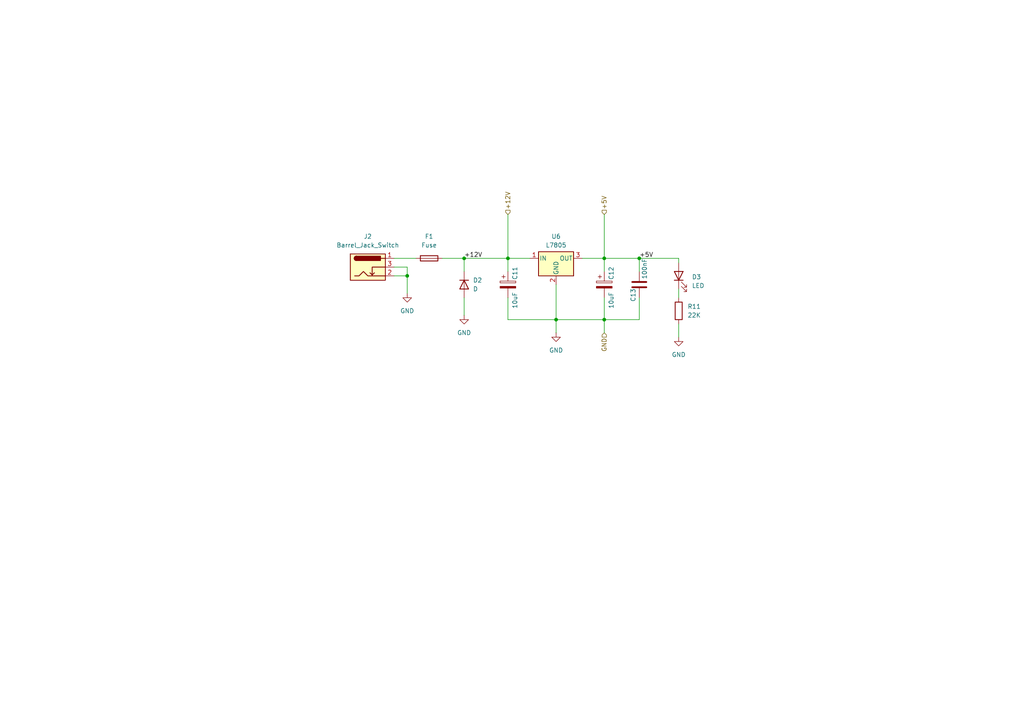
<source format=kicad_sch>
(kicad_sch (version 20231120) (generator "eeschema") (generator_version "8.0")
  (paper "A4")
  (lib_symbols
    (symbol "Connector:Barrel_Jack_Switch" (pin_names hide)
      (property "Reference" "J" (at 0 5.334 0))
      (property "Value" "Barrel_Jack_Switch" (at 0 -5.08 0))
      (symbol "Barrel_Jack_Switch_0_1"
        (rectangle (start -5.08 3.81) (end 5.08 -3.81) (stroke (width 0.254)) (fill (type background)))
        (arc (start -3.302 3.175) (mid -3.9343 2.54) (end -3.302 1.905) (stroke (width 0.254)))
        (arc (start -3.302 3.175) (mid -3.9343 2.54) (end -3.302 1.905) (stroke (width 0.254)) (fill (type outline)))
        (polyline (pts (xy 1.27 -2.286) (xy 1.905 -1.651)) (stroke (width 0.254)))
        (polyline (pts (xy 5.08 2.54) (xy 3.81 2.54)) (stroke (width 0.254)))
        (polyline (pts (xy 5.08 0) (xy 1.27 0) (xy 1.27 -2.286) (xy 0.635 -1.651)) (stroke (width 0.254)))
        (polyline (pts (xy -3.81 -2.54) (xy -2.54 -2.54) (xy -1.27 -1.27) (xy 0 -2.54) (xy 2.54 -2.54) (xy 5.08 -2.54)) (stroke (width 0.254)))
        (rectangle (start 3.683 3.175) (end -3.302 1.905) (stroke (width 0.254)) (fill (type outline)))
      )
      (symbol "Barrel_Jack_Switch_1_1"
        (pin passive line (at 7.62 2.54 180) (length 2.54) (name "~") (number "1"))
        (pin passive line (at 7.62 -2.54 180) (length 2.54) (name "~") (number "2"))
        (pin passive line (at 7.62 0 180) (length 2.54) (name "~") (number "3"))
      )
    )
    (symbol "Device:C" (pin_numbers hide) (pin_names (offset 0.254))
      (property "Reference" "C" (at 0.635 2.54 0))
      (property "Value" "C" (at 0.635 -2.54 0))
      (symbol "C_0_1"
        (polyline (pts (xy -2.032 -0.762) (xy 2.032 -0.762)) (stroke (width 0.508)))
        (polyline (pts (xy -2.032 0.762) (xy 2.032 0.762)) (stroke (width 0.508)))
      )
      (symbol "C_1_1"
        (pin passive line (at 0 3.81 270) (length 2.794) (name "~") (number "1"))
        (pin passive line (at 0 -3.81 90) (length 2.794) (name "~") (number "2"))
      )
    )
    (symbol "Device:C_Polarized" (pin_numbers hide) (pin_names (offset 0.254))
      (property "Reference" "C" (at 0.635 2.54 0))
      (property "Value" "C_Polarized" (at 0.635 -2.54 0))
      (symbol "C_Polarized_0_1"
        (rectangle (start -2.286 0.508) (end 2.286 1.016))
        (polyline (pts (xy -1.778 2.286) (xy -0.762 2.286)))
        (polyline (pts (xy -1.27 2.794) (xy -1.27 1.778)))
        (rectangle (start 2.286 -0.508) (end -2.286 -1.016) (fill (type outline)))
      )
      (symbol "C_Polarized_1_1"
        (pin passive line (at 0 3.81 270) (length 2.794) (name "~") (number "1"))
        (pin passive line (at 0 -3.81 90) (length 2.794) (name "~") (number "2"))
      )
    )
    (symbol "Device:D" (pin_numbers hide) (pin_names (offset 1.016) hide)
      (property "Reference" "D" (at 0 2.54 0))
      (property "Value" "D" (at 0 -2.54 0))
      (symbol "D_0_1"
        (polyline (pts (xy -1.27 1.27) (xy -1.27 -1.27)) (stroke (width 0.254)))
        (polyline (pts (xy 1.27 0) (xy -1.27 0)))
        (polyline (pts (xy 1.27 1.27) (xy 1.27 -1.27) (xy -1.27 0) (xy 1.27 1.27)) (stroke (width 0.254)))
      )
      (symbol "D_1_1"
        (pin passive line (at -3.81 0 0) (length 2.54) (name "K") (number "1"))
        (pin passive line (at 3.81 0 180) (length 2.54) (name "A") (number "2"))
      )
    )
    (symbol "Device:Fuse" (pin_numbers hide) (pin_names (offset 0))
      (property "Reference" "F" (at 2.032 0 90))
      (property "Value" "Fuse" (at -1.905 0 90))
      (symbol "Fuse_0_1"
        (rectangle (start -0.762 -2.54) (end 0.762 2.54) (stroke (width 0.254)))
        (polyline (pts (xy 0 2.54) (xy 0 -2.54)))
      )
      (symbol "Fuse_1_1"
        (pin passive line (at 0 3.81 270) (length 1.27) (name "~") (number "1"))
        (pin passive line (at 0 -3.81 90) (length 1.27) (name "~") (number "2"))
      )
    )
    (symbol "Device:LED" (pin_numbers hide) (pin_names (offset 1.016) hide)
      (property "Reference" "D" (at 0 2.54 0))
      (property "Value" "LED" (at 0 -2.54 0))
      (symbol "LED_0_1"
        (polyline (pts (xy -1.27 -1.27) (xy -1.27 1.27)) (stroke (width 0.254)))
        (polyline (pts (xy -1.27 0) (xy 1.27 0)))
        (polyline (pts (xy 1.27 -1.27) (xy 1.27 1.27) (xy -1.27 0) (xy 1.27 -1.27)) (stroke (width 0.254)))
        (polyline (pts (xy -3.048 -0.762) (xy -4.572 -2.286) (xy -3.81 -2.286) (xy -4.572 -2.286) (xy -4.572 -1.524)))
        (polyline (pts (xy -1.778 -0.762) (xy -3.302 -2.286) (xy -2.54 -2.286) (xy -3.302 -2.286) (xy -3.302 -1.524)))
      )
      (symbol "LED_1_1"
        (pin passive line (at -3.81 0 0) (length 2.54) (name "K") (number "1"))
        (pin passive line (at 3.81 0 180) (length 2.54) (name "A") (number "2"))
      )
    )
    (symbol "Device:R" (pin_numbers hide) (pin_names (offset 0))
      (property "Reference" "R" (at 2.032 0 90))
      (property "Value" "R" (at 0 0 90))
      (symbol "R_0_1"
        (rectangle (start -1.016 -2.54) (end 1.016 2.54) (stroke (width 0.254)))
      )
      (symbol "R_1_1"
        (pin passive line (at 0 3.81 270) (length 1.27) (name "~") (number "1"))
        (pin passive line (at 0 -3.81 90) (length 1.27) (name "~") (number "2"))
      )
    )
    (symbol "Regulator_Linear:L7805" (pin_names (offset 0.254))
      (property "Reference" "U" (at -3.81 3.175 0))
      (property "Value" "L7805" (at 0 3.175 0))
      (symbol "L7805_0_1"
        (rectangle (start -5.08 1.905) (end 5.08 -5.08) (stroke (width 0.254)) (fill (type background)))
      )
      (symbol "L7805_1_1"
        (pin power_in line (at -7.62 0 0) (length 2.54) (name "IN") (number "1"))
        (pin power_in line (at 0 -7.62 90) (length 2.54) (name "GND") (number "2"))
        (pin power_out line (at 7.62 0 180) (length 2.54) (name "OUT") (number "3"))
      )
    )
    (symbol "power:GND" (power) (pin_numbers hide) (pin_names (offset 0) hide)
      (property "Value" "GND" (at 0 -3.81 0))
      (symbol "GND_0_1"
        (polyline (pts (xy 0 0) (xy 0 -1.27) (xy 1.27 -1.27) (xy 0 -2.54) (xy -1.27 -1.27) (xy 0 -1.27)))
      )
      (symbol "GND_1_1"
        (pin power_in line (at 0 0 270) (length 0) (name "~") (number "1"))
      )
    )
  )
  (junction (at 134.62 74.93))
  (junction (at 147.32 74.93))
  (junction (at 185.42 74.93))
  (junction (at 161.29 92.71))
  (junction (at 118.11 80.01))
  (junction (at 175.26 92.71))
  (junction (at 175.26 74.93))
  (wire (pts (xy 147.32 92.71) (xy 161.29 92.71)))
  (wire (pts (xy 168.91 74.93) (xy 175.26 74.93)))
  (wire (pts (xy 114.3 80.01) (xy 118.11 80.01)))
  (wire (pts (xy 175.26 74.93) (xy 175.26 78.74)))
  (wire (pts (xy 128.27 74.93) (xy 134.62 74.93)))
  (wire (pts (xy 147.32 62.23) (xy 147.32 74.93)))
  (wire (pts (xy 185.42 74.93) (xy 185.42 78.74)))
  (wire (pts (xy 175.26 62.23) (xy 175.26 74.93)))
  (wire (pts (xy 196.85 83.82) (xy 196.85 86.36)))
  (wire (pts (xy 147.32 74.93) (xy 153.67 74.93)))
  (wire (pts (xy 175.26 74.93) (xy 185.42 74.93)))
  (wire (pts (xy 114.3 77.47) (xy 118.11 77.47)))
  (wire (pts (xy 118.11 80.01) (xy 118.11 85.09)))
  (wire (pts (xy 161.29 92.71) (xy 161.29 96.52)))
  (wire (pts (xy 161.29 92.71) (xy 161.29 82.55)))
  (wire (pts (xy 175.26 92.71) (xy 175.26 96.52)))
  (wire (pts (xy 114.3 74.93) (xy 120.65 74.93)))
  (wire (pts (xy 175.26 92.71) (xy 185.42 92.71)))
  (wire (pts (xy 185.42 74.93) (xy 196.85 74.93)))
  (wire (pts (xy 147.32 74.93) (xy 147.32 78.74)))
  (wire (pts (xy 185.42 92.71) (xy 185.42 86.36)))
  (wire (pts (xy 134.62 86.36) (xy 134.62 91.44)))
  (wire (pts (xy 196.85 74.93) (xy 196.85 76.2)))
  (wire (pts (xy 134.62 74.93) (xy 134.62 78.74)))
  (wire (pts (xy 196.85 93.98) (xy 196.85 97.79)))
  (wire (pts (xy 134.62 74.93) (xy 147.32 74.93)))
  (wire (pts (xy 175.26 92.71) (xy 175.26 86.36)))
  (wire (pts (xy 118.11 77.47) (xy 118.11 80.01)))
  (wire (pts (xy 161.29 92.71) (xy 175.26 92.71)))
  (wire (pts (xy 147.32 86.36) (xy 147.32 92.71)))
  (label "+12V" (at 134.62 74.93 0))
  (label "+5V" (at 185.42 74.93 0))
  (hierarchical_label "GND" (shape input) (at 175.26 96.52 270))
  (hierarchical_label "+5V" (shape input) (at 175.26 62.23 90))
  (hierarchical_label "+12V" (shape input) (at 147.32 62.23 90))
  (symbol (lib_id "power:GND") (at 161.29 96.52 0) (unit 1)
    (property "Reference" "#PWR012" (effects (hide yes)))
    (property "Value" "GND" (at 161.29 101.6 0))
    (property "Description" "Power symbol creates a global label with name \"GND\" , ground" (effects (hide yes)))
  )
  (symbol (lib_id "Device:R") (at 196.85 90.17 0) (unit 1)
    (property "Reference" "R11" (at 199.39 88.8999 0) (effects (justify left)))
    (property "Value" "22K" (at 199.39 91.4399 0) (effects (justify left)))
    (property "Footprint" "Resistor_SMD:R_0805_2012Metric_Pad1.20x1.40mm_HandSolder" (effects (hide yes)))
    (property "Description" "Resistor" (effects (hide yes)))
  )
  (symbol (lib_id "Connector:Barrel_Jack_Switch") (at 106.68 77.47 0) (unit 1)
    (property "Reference" "J2" (at 106.68 68.58 0))
    (property "Value" "Barrel_Jack_Switch" (at 106.68 71.12 0))
    (property "Footprint" "Connector_BarrelJack:BarrelJack_GCT_DCJ200-10-A_Horizontal" (effects (hide yes)))
    (property "Datasheet" "https://www.e-komponent.com/power-barrel-connector-jack-dcj200-10-a-k1-k" (effects (hide yes)))
    (property "Description" "DC Barrel Jack with an internal switch" (effects (hide yes)))
  )
  (symbol (lib_id "Regulator_Linear:L7805") (at 161.29 74.93 0) (unit 1)
    (property "Reference" "U6" (at 161.29 68.58 0))
    (property "Value" "L7805" (at 161.29 71.12 0))
    (property "Footprint" "Package_TO_SOT_SMD:TO-252-2" (effects (hide yes)))
    (property "Datasheet" "https://www.e-komponent.com/linear-voltage-regulator-ic-1-output-1a-to-252-2" (effects (hide yes)))
    (property "Description" "Positive 1.5A 35V Linear Regulator, Fixed Output 5V, TO-220/TO-263/TO-252" (effects (hide yes)))
  )
  (symbol (lib_id "Device:C_Polarized") (at 175.26 82.55 0) (unit 1)
    (property "Reference" "C12" (at 177.292 79.248 90))
    (property "Value" "10uF" (at 177.292 87.122 90))
    (property "Footprint" "Capacitor_Tantalum_SMD:CP_EIA-3216-18_Kemet-A" (effects (hide yes)))
    (property "Description" "Polarized capacitor" (effects (hide yes)))
  )
  (symbol (lib_id "Device:C") (at 185.42 82.55 0) (unit 1)
    (property "Reference" "C13" (at 183.642 85.598 90))
    (property "Value" "100nF" (at 186.944 77.978 90))
    (property "Footprint" "Capacitor_SMD:C_0805_2012Metric_Pad1.18x1.45mm_HandSolder" (effects (hide yes)))
    (property "Description" "Unpolarized capacitor" (effects (hide yes)))
  )
  (symbol (lib_id "Device:D") (at 134.62 82.55 270) (unit 1)
    (property "Reference" "D2" (at 137.16 81.2799 90) (effects (justify left)))
    (property "Value" "D" (at 137.16 83.8199 90) (effects (justify left)))
    (property "Footprint" "Diode_SMD:D_SMA" (effects (hide yes)))
    (property "Description" "Diode" (effects (hide yes)))
    (property "Sim.Device" "D" (effects (hide yes)))
    (property "Sim.Pins" "1=K 2=A" (effects (hide yes)))
  )
  (symbol (lib_id "Device:Fuse") (at 124.46 74.93 90) (unit 1)
    (property "Reference" "F1" (at 124.46 68.58 90))
    (property "Value" "Fuse" (at 124.46 71.12 90))
    (property "Footprint" "Fuse:Fuse_1206_3216Metric" (effects (hide yes)))
    (property "Description" "Fuse" (effects (hide yes)))
  )
  (symbol (lib_id "power:GND") (at 196.85 97.79 0) (unit 1)
    (property "Reference" "#PWR013" (effects (hide yes)))
    (property "Value" "GND" (at 196.85 102.87 0))
    (property "Description" "Power symbol creates a global label with name \"GND\" , ground" (effects (hide yes)))
  )
  (symbol (lib_id "Device:C_Polarized") (at 147.32 82.55 0) (unit 1)
    (property "Reference" "C11" (at 149.352 79.248 90))
    (property "Value" "10uF" (at 149.352 87.122 90))
    (property "Footprint" "Capacitor_Tantalum_SMD:CP_EIA-3216-18_Kemet-A" (effects (hide yes)))
    (property "Description" "Polarized capacitor" (effects (hide yes)))
  )
  (symbol (lib_id "power:GND") (at 134.62 91.44 0) (unit 1)
    (property "Reference" "#PWR011" (effects (hide yes)))
    (property "Value" "GND" (at 134.62 96.52 0))
    (property "Description" "Power symbol creates a global label with name \"GND\" , ground" (effects (hide yes)))
  )
  (symbol (lib_id "power:GND") (at 118.11 85.09 0) (unit 1)
    (property "Reference" "#PWR010" (effects (hide yes)))
    (property "Value" "GND" (at 118.11 90.17 0))
    (property "Description" "Power symbol creates a global label with name \"GND\" , ground" (effects (hide yes)))
  )
  (symbol (lib_id "Device:LED") (at 196.85 80.01 90) (unit 1)
    (property "Reference" "D3" (at 200.66 80.3274 90) (effects (justify right)))
    (property "Value" "LED" (at 200.66 82.8674 90) (effects (justify right)))
    (property "Footprint" "LED_SMD:LED_0805_2012Metric_Pad1.15x1.40mm_HandSolder" (effects (hide yes)))
    (property "Description" "Light emitting diode" (effects (hide yes)))
  )
)
</source>
